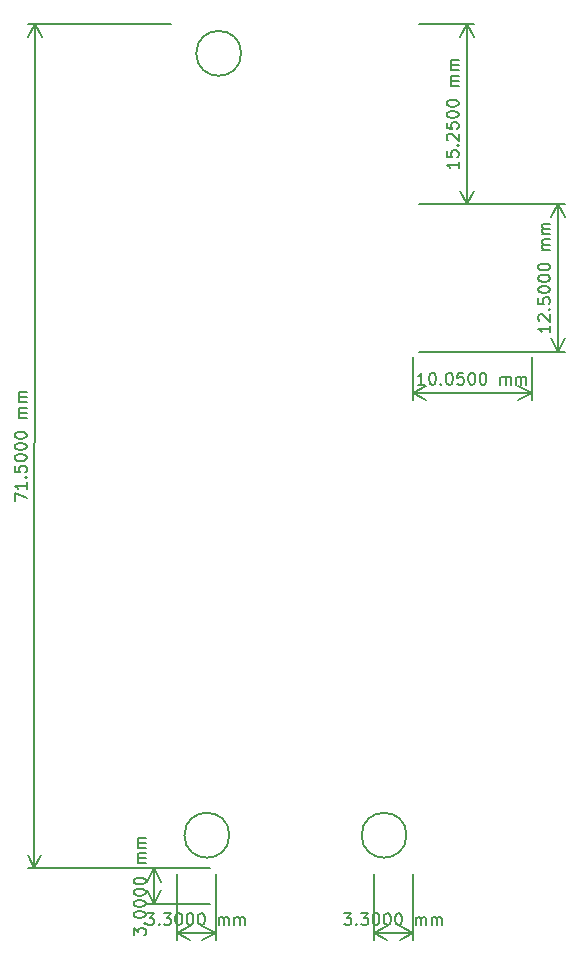
<source format=gbr>
%TF.GenerationSoftware,KiCad,Pcbnew,8.0.7*%
%TF.CreationDate,2024-12-24T11:10:27-06:00*%
%TF.ProjectId,room_environment_monitor,726f6f6d-5f65-46e7-9669-726f6e6d656e,rev?*%
%TF.SameCoordinates,Original*%
%TF.FileFunction,Other,Comment*%
%FSLAX46Y46*%
G04 Gerber Fmt 4.6, Leading zero omitted, Abs format (unit mm)*
G04 Created by KiCad (PCBNEW 8.0.7) date 2024-12-24 11:10:27*
%MOMM*%
%LPD*%
G01*
G04 APERTURE LIST*
%ADD10C,0.150000*%
G04 APERTURE END LIST*
D10*
X14109524Y-3804819D02*
X14728571Y-3804819D01*
X14728571Y-3804819D02*
X14395238Y-4185771D01*
X14395238Y-4185771D02*
X14538095Y-4185771D01*
X14538095Y-4185771D02*
X14633333Y-4233390D01*
X14633333Y-4233390D02*
X14680952Y-4281009D01*
X14680952Y-4281009D02*
X14728571Y-4376247D01*
X14728571Y-4376247D02*
X14728571Y-4614342D01*
X14728571Y-4614342D02*
X14680952Y-4709580D01*
X14680952Y-4709580D02*
X14633333Y-4757200D01*
X14633333Y-4757200D02*
X14538095Y-4804819D01*
X14538095Y-4804819D02*
X14252381Y-4804819D01*
X14252381Y-4804819D02*
X14157143Y-4757200D01*
X14157143Y-4757200D02*
X14109524Y-4709580D01*
X15157143Y-4709580D02*
X15204762Y-4757200D01*
X15204762Y-4757200D02*
X15157143Y-4804819D01*
X15157143Y-4804819D02*
X15109524Y-4757200D01*
X15109524Y-4757200D02*
X15157143Y-4709580D01*
X15157143Y-4709580D02*
X15157143Y-4804819D01*
X15538095Y-3804819D02*
X16157142Y-3804819D01*
X16157142Y-3804819D02*
X15823809Y-4185771D01*
X15823809Y-4185771D02*
X15966666Y-4185771D01*
X15966666Y-4185771D02*
X16061904Y-4233390D01*
X16061904Y-4233390D02*
X16109523Y-4281009D01*
X16109523Y-4281009D02*
X16157142Y-4376247D01*
X16157142Y-4376247D02*
X16157142Y-4614342D01*
X16157142Y-4614342D02*
X16109523Y-4709580D01*
X16109523Y-4709580D02*
X16061904Y-4757200D01*
X16061904Y-4757200D02*
X15966666Y-4804819D01*
X15966666Y-4804819D02*
X15680952Y-4804819D01*
X15680952Y-4804819D02*
X15585714Y-4757200D01*
X15585714Y-4757200D02*
X15538095Y-4709580D01*
X16776190Y-3804819D02*
X16871428Y-3804819D01*
X16871428Y-3804819D02*
X16966666Y-3852438D01*
X16966666Y-3852438D02*
X17014285Y-3900057D01*
X17014285Y-3900057D02*
X17061904Y-3995295D01*
X17061904Y-3995295D02*
X17109523Y-4185771D01*
X17109523Y-4185771D02*
X17109523Y-4423866D01*
X17109523Y-4423866D02*
X17061904Y-4614342D01*
X17061904Y-4614342D02*
X17014285Y-4709580D01*
X17014285Y-4709580D02*
X16966666Y-4757200D01*
X16966666Y-4757200D02*
X16871428Y-4804819D01*
X16871428Y-4804819D02*
X16776190Y-4804819D01*
X16776190Y-4804819D02*
X16680952Y-4757200D01*
X16680952Y-4757200D02*
X16633333Y-4709580D01*
X16633333Y-4709580D02*
X16585714Y-4614342D01*
X16585714Y-4614342D02*
X16538095Y-4423866D01*
X16538095Y-4423866D02*
X16538095Y-4185771D01*
X16538095Y-4185771D02*
X16585714Y-3995295D01*
X16585714Y-3995295D02*
X16633333Y-3900057D01*
X16633333Y-3900057D02*
X16680952Y-3852438D01*
X16680952Y-3852438D02*
X16776190Y-3804819D01*
X17728571Y-3804819D02*
X17823809Y-3804819D01*
X17823809Y-3804819D02*
X17919047Y-3852438D01*
X17919047Y-3852438D02*
X17966666Y-3900057D01*
X17966666Y-3900057D02*
X18014285Y-3995295D01*
X18014285Y-3995295D02*
X18061904Y-4185771D01*
X18061904Y-4185771D02*
X18061904Y-4423866D01*
X18061904Y-4423866D02*
X18014285Y-4614342D01*
X18014285Y-4614342D02*
X17966666Y-4709580D01*
X17966666Y-4709580D02*
X17919047Y-4757200D01*
X17919047Y-4757200D02*
X17823809Y-4804819D01*
X17823809Y-4804819D02*
X17728571Y-4804819D01*
X17728571Y-4804819D02*
X17633333Y-4757200D01*
X17633333Y-4757200D02*
X17585714Y-4709580D01*
X17585714Y-4709580D02*
X17538095Y-4614342D01*
X17538095Y-4614342D02*
X17490476Y-4423866D01*
X17490476Y-4423866D02*
X17490476Y-4185771D01*
X17490476Y-4185771D02*
X17538095Y-3995295D01*
X17538095Y-3995295D02*
X17585714Y-3900057D01*
X17585714Y-3900057D02*
X17633333Y-3852438D01*
X17633333Y-3852438D02*
X17728571Y-3804819D01*
X18680952Y-3804819D02*
X18776190Y-3804819D01*
X18776190Y-3804819D02*
X18871428Y-3852438D01*
X18871428Y-3852438D02*
X18919047Y-3900057D01*
X18919047Y-3900057D02*
X18966666Y-3995295D01*
X18966666Y-3995295D02*
X19014285Y-4185771D01*
X19014285Y-4185771D02*
X19014285Y-4423866D01*
X19014285Y-4423866D02*
X18966666Y-4614342D01*
X18966666Y-4614342D02*
X18919047Y-4709580D01*
X18919047Y-4709580D02*
X18871428Y-4757200D01*
X18871428Y-4757200D02*
X18776190Y-4804819D01*
X18776190Y-4804819D02*
X18680952Y-4804819D01*
X18680952Y-4804819D02*
X18585714Y-4757200D01*
X18585714Y-4757200D02*
X18538095Y-4709580D01*
X18538095Y-4709580D02*
X18490476Y-4614342D01*
X18490476Y-4614342D02*
X18442857Y-4423866D01*
X18442857Y-4423866D02*
X18442857Y-4185771D01*
X18442857Y-4185771D02*
X18490476Y-3995295D01*
X18490476Y-3995295D02*
X18538095Y-3900057D01*
X18538095Y-3900057D02*
X18585714Y-3852438D01*
X18585714Y-3852438D02*
X18680952Y-3804819D01*
X20204762Y-4804819D02*
X20204762Y-4138152D01*
X20204762Y-4233390D02*
X20252381Y-4185771D01*
X20252381Y-4185771D02*
X20347619Y-4138152D01*
X20347619Y-4138152D02*
X20490476Y-4138152D01*
X20490476Y-4138152D02*
X20585714Y-4185771D01*
X20585714Y-4185771D02*
X20633333Y-4281009D01*
X20633333Y-4281009D02*
X20633333Y-4804819D01*
X20633333Y-4281009D02*
X20680952Y-4185771D01*
X20680952Y-4185771D02*
X20776190Y-4138152D01*
X20776190Y-4138152D02*
X20919047Y-4138152D01*
X20919047Y-4138152D02*
X21014286Y-4185771D01*
X21014286Y-4185771D02*
X21061905Y-4281009D01*
X21061905Y-4281009D02*
X21061905Y-4804819D01*
X21538095Y-4804819D02*
X21538095Y-4138152D01*
X21538095Y-4233390D02*
X21585714Y-4185771D01*
X21585714Y-4185771D02*
X21680952Y-4138152D01*
X21680952Y-4138152D02*
X21823809Y-4138152D01*
X21823809Y-4138152D02*
X21919047Y-4185771D01*
X21919047Y-4185771D02*
X21966666Y-4281009D01*
X21966666Y-4281009D02*
X21966666Y-4804819D01*
X21966666Y-4281009D02*
X22014285Y-4185771D01*
X22014285Y-4185771D02*
X22109523Y-4138152D01*
X22109523Y-4138152D02*
X22252380Y-4138152D01*
X22252380Y-4138152D02*
X22347619Y-4185771D01*
X22347619Y-4185771D02*
X22395238Y-4281009D01*
X22395238Y-4281009D02*
X22395238Y-4804819D01*
X19950000Y-500000D02*
X19950000Y-6086420D01*
X16650000Y-500000D02*
X16650000Y-6086420D01*
X19950000Y-5500000D02*
X16650000Y-5500000D01*
X19950000Y-5500000D02*
X16650000Y-5500000D01*
X19950000Y-5500000D02*
X18823496Y-6086421D01*
X19950000Y-5500000D02*
X18823496Y-4913579D01*
X16650000Y-5500000D02*
X17776504Y-4913579D01*
X16650000Y-5500000D02*
X17776504Y-6086421D01*
X23804819Y59827382D02*
X23804819Y59255954D01*
X23804819Y59541668D02*
X22804819Y59541668D01*
X22804819Y59541668D02*
X22947676Y59446430D01*
X22947676Y59446430D02*
X23042914Y59351192D01*
X23042914Y59351192D02*
X23090533Y59255954D01*
X22804819Y60732144D02*
X22804819Y60255954D01*
X22804819Y60255954D02*
X23281009Y60208335D01*
X23281009Y60208335D02*
X23233390Y60255954D01*
X23233390Y60255954D02*
X23185771Y60351192D01*
X23185771Y60351192D02*
X23185771Y60589287D01*
X23185771Y60589287D02*
X23233390Y60684525D01*
X23233390Y60684525D02*
X23281009Y60732144D01*
X23281009Y60732144D02*
X23376247Y60779763D01*
X23376247Y60779763D02*
X23614342Y60779763D01*
X23614342Y60779763D02*
X23709580Y60732144D01*
X23709580Y60732144D02*
X23757200Y60684525D01*
X23757200Y60684525D02*
X23804819Y60589287D01*
X23804819Y60589287D02*
X23804819Y60351192D01*
X23804819Y60351192D02*
X23757200Y60255954D01*
X23757200Y60255954D02*
X23709580Y60208335D01*
X23709580Y61208335D02*
X23757200Y61255954D01*
X23757200Y61255954D02*
X23804819Y61208335D01*
X23804819Y61208335D02*
X23757200Y61160716D01*
X23757200Y61160716D02*
X23709580Y61208335D01*
X23709580Y61208335D02*
X23804819Y61208335D01*
X22900057Y61636906D02*
X22852438Y61684525D01*
X22852438Y61684525D02*
X22804819Y61779763D01*
X22804819Y61779763D02*
X22804819Y62017858D01*
X22804819Y62017858D02*
X22852438Y62113096D01*
X22852438Y62113096D02*
X22900057Y62160715D01*
X22900057Y62160715D02*
X22995295Y62208334D01*
X22995295Y62208334D02*
X23090533Y62208334D01*
X23090533Y62208334D02*
X23233390Y62160715D01*
X23233390Y62160715D02*
X23804819Y61589287D01*
X23804819Y61589287D02*
X23804819Y62208334D01*
X22804819Y63113096D02*
X22804819Y62636906D01*
X22804819Y62636906D02*
X23281009Y62589287D01*
X23281009Y62589287D02*
X23233390Y62636906D01*
X23233390Y62636906D02*
X23185771Y62732144D01*
X23185771Y62732144D02*
X23185771Y62970239D01*
X23185771Y62970239D02*
X23233390Y63065477D01*
X23233390Y63065477D02*
X23281009Y63113096D01*
X23281009Y63113096D02*
X23376247Y63160715D01*
X23376247Y63160715D02*
X23614342Y63160715D01*
X23614342Y63160715D02*
X23709580Y63113096D01*
X23709580Y63113096D02*
X23757200Y63065477D01*
X23757200Y63065477D02*
X23804819Y62970239D01*
X23804819Y62970239D02*
X23804819Y62732144D01*
X23804819Y62732144D02*
X23757200Y62636906D01*
X23757200Y62636906D02*
X23709580Y62589287D01*
X22804819Y63779763D02*
X22804819Y63875001D01*
X22804819Y63875001D02*
X22852438Y63970239D01*
X22852438Y63970239D02*
X22900057Y64017858D01*
X22900057Y64017858D02*
X22995295Y64065477D01*
X22995295Y64065477D02*
X23185771Y64113096D01*
X23185771Y64113096D02*
X23423866Y64113096D01*
X23423866Y64113096D02*
X23614342Y64065477D01*
X23614342Y64065477D02*
X23709580Y64017858D01*
X23709580Y64017858D02*
X23757200Y63970239D01*
X23757200Y63970239D02*
X23804819Y63875001D01*
X23804819Y63875001D02*
X23804819Y63779763D01*
X23804819Y63779763D02*
X23757200Y63684525D01*
X23757200Y63684525D02*
X23709580Y63636906D01*
X23709580Y63636906D02*
X23614342Y63589287D01*
X23614342Y63589287D02*
X23423866Y63541668D01*
X23423866Y63541668D02*
X23185771Y63541668D01*
X23185771Y63541668D02*
X22995295Y63589287D01*
X22995295Y63589287D02*
X22900057Y63636906D01*
X22900057Y63636906D02*
X22852438Y63684525D01*
X22852438Y63684525D02*
X22804819Y63779763D01*
X22804819Y64732144D02*
X22804819Y64827382D01*
X22804819Y64827382D02*
X22852438Y64922620D01*
X22852438Y64922620D02*
X22900057Y64970239D01*
X22900057Y64970239D02*
X22995295Y65017858D01*
X22995295Y65017858D02*
X23185771Y65065477D01*
X23185771Y65065477D02*
X23423866Y65065477D01*
X23423866Y65065477D02*
X23614342Y65017858D01*
X23614342Y65017858D02*
X23709580Y64970239D01*
X23709580Y64970239D02*
X23757200Y64922620D01*
X23757200Y64922620D02*
X23804819Y64827382D01*
X23804819Y64827382D02*
X23804819Y64732144D01*
X23804819Y64732144D02*
X23757200Y64636906D01*
X23757200Y64636906D02*
X23709580Y64589287D01*
X23709580Y64589287D02*
X23614342Y64541668D01*
X23614342Y64541668D02*
X23423866Y64494049D01*
X23423866Y64494049D02*
X23185771Y64494049D01*
X23185771Y64494049D02*
X22995295Y64541668D01*
X22995295Y64541668D02*
X22900057Y64589287D01*
X22900057Y64589287D02*
X22852438Y64636906D01*
X22852438Y64636906D02*
X22804819Y64732144D01*
X23804819Y66255954D02*
X23138152Y66255954D01*
X23233390Y66255954D02*
X23185771Y66303573D01*
X23185771Y66303573D02*
X23138152Y66398811D01*
X23138152Y66398811D02*
X23138152Y66541668D01*
X23138152Y66541668D02*
X23185771Y66636906D01*
X23185771Y66636906D02*
X23281009Y66684525D01*
X23281009Y66684525D02*
X23804819Y66684525D01*
X23281009Y66684525D02*
X23185771Y66732144D01*
X23185771Y66732144D02*
X23138152Y66827382D01*
X23138152Y66827382D02*
X23138152Y66970239D01*
X23138152Y66970239D02*
X23185771Y67065478D01*
X23185771Y67065478D02*
X23281009Y67113097D01*
X23281009Y67113097D02*
X23804819Y67113097D01*
X23804819Y67589287D02*
X23138152Y67589287D01*
X23233390Y67589287D02*
X23185771Y67636906D01*
X23185771Y67636906D02*
X23138152Y67732144D01*
X23138152Y67732144D02*
X23138152Y67875001D01*
X23138152Y67875001D02*
X23185771Y67970239D01*
X23185771Y67970239D02*
X23281009Y68017858D01*
X23281009Y68017858D02*
X23804819Y68017858D01*
X23281009Y68017858D02*
X23185771Y68065477D01*
X23185771Y68065477D02*
X23138152Y68160715D01*
X23138152Y68160715D02*
X23138152Y68303572D01*
X23138152Y68303572D02*
X23185771Y68398811D01*
X23185771Y68398811D02*
X23281009Y68446430D01*
X23281009Y68446430D02*
X23804819Y68446430D01*
X20450000Y56250000D02*
X25086420Y56250000D01*
X20450000Y71500000D02*
X25086420Y71500000D01*
X24500000Y56250000D02*
X24500000Y71500000D01*
X24500000Y56250000D02*
X24500000Y71500000D01*
X24500000Y56250000D02*
X23913579Y57376504D01*
X24500000Y56250000D02*
X25086421Y57376504D01*
X24500000Y71500000D02*
X25086421Y70373496D01*
X24500000Y71500000D02*
X23913579Y70373496D01*
X31554819Y45952382D02*
X31554819Y45380954D01*
X31554819Y45666668D02*
X30554819Y45666668D01*
X30554819Y45666668D02*
X30697676Y45571430D01*
X30697676Y45571430D02*
X30792914Y45476192D01*
X30792914Y45476192D02*
X30840533Y45380954D01*
X30650057Y46333335D02*
X30602438Y46380954D01*
X30602438Y46380954D02*
X30554819Y46476192D01*
X30554819Y46476192D02*
X30554819Y46714287D01*
X30554819Y46714287D02*
X30602438Y46809525D01*
X30602438Y46809525D02*
X30650057Y46857144D01*
X30650057Y46857144D02*
X30745295Y46904763D01*
X30745295Y46904763D02*
X30840533Y46904763D01*
X30840533Y46904763D02*
X30983390Y46857144D01*
X30983390Y46857144D02*
X31554819Y46285716D01*
X31554819Y46285716D02*
X31554819Y46904763D01*
X31459580Y47333335D02*
X31507200Y47380954D01*
X31507200Y47380954D02*
X31554819Y47333335D01*
X31554819Y47333335D02*
X31507200Y47285716D01*
X31507200Y47285716D02*
X31459580Y47333335D01*
X31459580Y47333335D02*
X31554819Y47333335D01*
X30554819Y48285715D02*
X30554819Y47809525D01*
X30554819Y47809525D02*
X31031009Y47761906D01*
X31031009Y47761906D02*
X30983390Y47809525D01*
X30983390Y47809525D02*
X30935771Y47904763D01*
X30935771Y47904763D02*
X30935771Y48142858D01*
X30935771Y48142858D02*
X30983390Y48238096D01*
X30983390Y48238096D02*
X31031009Y48285715D01*
X31031009Y48285715D02*
X31126247Y48333334D01*
X31126247Y48333334D02*
X31364342Y48333334D01*
X31364342Y48333334D02*
X31459580Y48285715D01*
X31459580Y48285715D02*
X31507200Y48238096D01*
X31507200Y48238096D02*
X31554819Y48142858D01*
X31554819Y48142858D02*
X31554819Y47904763D01*
X31554819Y47904763D02*
X31507200Y47809525D01*
X31507200Y47809525D02*
X31459580Y47761906D01*
X30554819Y48952382D02*
X30554819Y49047620D01*
X30554819Y49047620D02*
X30602438Y49142858D01*
X30602438Y49142858D02*
X30650057Y49190477D01*
X30650057Y49190477D02*
X30745295Y49238096D01*
X30745295Y49238096D02*
X30935771Y49285715D01*
X30935771Y49285715D02*
X31173866Y49285715D01*
X31173866Y49285715D02*
X31364342Y49238096D01*
X31364342Y49238096D02*
X31459580Y49190477D01*
X31459580Y49190477D02*
X31507200Y49142858D01*
X31507200Y49142858D02*
X31554819Y49047620D01*
X31554819Y49047620D02*
X31554819Y48952382D01*
X31554819Y48952382D02*
X31507200Y48857144D01*
X31507200Y48857144D02*
X31459580Y48809525D01*
X31459580Y48809525D02*
X31364342Y48761906D01*
X31364342Y48761906D02*
X31173866Y48714287D01*
X31173866Y48714287D02*
X30935771Y48714287D01*
X30935771Y48714287D02*
X30745295Y48761906D01*
X30745295Y48761906D02*
X30650057Y48809525D01*
X30650057Y48809525D02*
X30602438Y48857144D01*
X30602438Y48857144D02*
X30554819Y48952382D01*
X30554819Y49904763D02*
X30554819Y50000001D01*
X30554819Y50000001D02*
X30602438Y50095239D01*
X30602438Y50095239D02*
X30650057Y50142858D01*
X30650057Y50142858D02*
X30745295Y50190477D01*
X30745295Y50190477D02*
X30935771Y50238096D01*
X30935771Y50238096D02*
X31173866Y50238096D01*
X31173866Y50238096D02*
X31364342Y50190477D01*
X31364342Y50190477D02*
X31459580Y50142858D01*
X31459580Y50142858D02*
X31507200Y50095239D01*
X31507200Y50095239D02*
X31554819Y50000001D01*
X31554819Y50000001D02*
X31554819Y49904763D01*
X31554819Y49904763D02*
X31507200Y49809525D01*
X31507200Y49809525D02*
X31459580Y49761906D01*
X31459580Y49761906D02*
X31364342Y49714287D01*
X31364342Y49714287D02*
X31173866Y49666668D01*
X31173866Y49666668D02*
X30935771Y49666668D01*
X30935771Y49666668D02*
X30745295Y49714287D01*
X30745295Y49714287D02*
X30650057Y49761906D01*
X30650057Y49761906D02*
X30602438Y49809525D01*
X30602438Y49809525D02*
X30554819Y49904763D01*
X30554819Y50857144D02*
X30554819Y50952382D01*
X30554819Y50952382D02*
X30602438Y51047620D01*
X30602438Y51047620D02*
X30650057Y51095239D01*
X30650057Y51095239D02*
X30745295Y51142858D01*
X30745295Y51142858D02*
X30935771Y51190477D01*
X30935771Y51190477D02*
X31173866Y51190477D01*
X31173866Y51190477D02*
X31364342Y51142858D01*
X31364342Y51142858D02*
X31459580Y51095239D01*
X31459580Y51095239D02*
X31507200Y51047620D01*
X31507200Y51047620D02*
X31554819Y50952382D01*
X31554819Y50952382D02*
X31554819Y50857144D01*
X31554819Y50857144D02*
X31507200Y50761906D01*
X31507200Y50761906D02*
X31459580Y50714287D01*
X31459580Y50714287D02*
X31364342Y50666668D01*
X31364342Y50666668D02*
X31173866Y50619049D01*
X31173866Y50619049D02*
X30935771Y50619049D01*
X30935771Y50619049D02*
X30745295Y50666668D01*
X30745295Y50666668D02*
X30650057Y50714287D01*
X30650057Y50714287D02*
X30602438Y50761906D01*
X30602438Y50761906D02*
X30554819Y50857144D01*
X31554819Y52380954D02*
X30888152Y52380954D01*
X30983390Y52380954D02*
X30935771Y52428573D01*
X30935771Y52428573D02*
X30888152Y52523811D01*
X30888152Y52523811D02*
X30888152Y52666668D01*
X30888152Y52666668D02*
X30935771Y52761906D01*
X30935771Y52761906D02*
X31031009Y52809525D01*
X31031009Y52809525D02*
X31554819Y52809525D01*
X31031009Y52809525D02*
X30935771Y52857144D01*
X30935771Y52857144D02*
X30888152Y52952382D01*
X30888152Y52952382D02*
X30888152Y53095239D01*
X30888152Y53095239D02*
X30935771Y53190478D01*
X30935771Y53190478D02*
X31031009Y53238097D01*
X31031009Y53238097D02*
X31554819Y53238097D01*
X31554819Y53714287D02*
X30888152Y53714287D01*
X30983390Y53714287D02*
X30935771Y53761906D01*
X30935771Y53761906D02*
X30888152Y53857144D01*
X30888152Y53857144D02*
X30888152Y54000001D01*
X30888152Y54000001D02*
X30935771Y54095239D01*
X30935771Y54095239D02*
X31031009Y54142858D01*
X31031009Y54142858D02*
X31554819Y54142858D01*
X31031009Y54142858D02*
X30935771Y54190477D01*
X30935771Y54190477D02*
X30888152Y54285715D01*
X30888152Y54285715D02*
X30888152Y54428572D01*
X30888152Y54428572D02*
X30935771Y54523811D01*
X30935771Y54523811D02*
X31031009Y54571430D01*
X31031009Y54571430D02*
X31554819Y54571430D01*
X20450000Y56250000D02*
X32836420Y56250000D01*
X20450000Y43750000D02*
X32836420Y43750000D01*
X32250000Y56250000D02*
X32250000Y43750000D01*
X32250000Y56250000D02*
X32250000Y43750000D01*
X32250000Y56250000D02*
X32836421Y55123496D01*
X32250000Y56250000D02*
X31663579Y55123496D01*
X32250000Y43750000D02*
X31663579Y44876504D01*
X32250000Y43750000D02*
X32836421Y44876504D01*
X-13770591Y31092946D02*
X-13770125Y31759613D01*
X-13770125Y31759613D02*
X-12770424Y31330342D01*
X-12769492Y32663675D02*
X-12769892Y32092247D01*
X-12769692Y32377961D02*
X-13769692Y32378660D01*
X-13769692Y32378660D02*
X-13626901Y32283322D01*
X-13626901Y32283322D02*
X-13531730Y32188017D01*
X-13531730Y32188017D02*
X-13484177Y32092746D01*
X-12864430Y33092313D02*
X-12816778Y33139899D01*
X-12816778Y33139899D02*
X-12769192Y33092246D01*
X-12769192Y33092246D02*
X-12816845Y33044661D01*
X-12816845Y33044661D02*
X-12864430Y33092313D01*
X-12864430Y33092313D02*
X-12769192Y33092246D01*
X-13768526Y34045326D02*
X-13768859Y33569136D01*
X-13768859Y33569136D02*
X-13292702Y33521183D01*
X-13292702Y33521183D02*
X-13340288Y33568836D01*
X-13340288Y33568836D02*
X-13387840Y33664107D01*
X-13387840Y33664107D02*
X-13387674Y33902202D01*
X-13387674Y33902202D02*
X-13339988Y33997407D01*
X-13339988Y33997407D02*
X-13292336Y34044993D01*
X-13292336Y34044993D02*
X-13197064Y34092545D01*
X-13197064Y34092545D02*
X-12958969Y34092379D01*
X-12958969Y34092379D02*
X-12863764Y34044693D01*
X-12863764Y34044693D02*
X-12816179Y33997041D01*
X-12816179Y33997041D02*
X-12768626Y33901769D01*
X-12768626Y33901769D02*
X-12768793Y33663674D01*
X-12768793Y33663674D02*
X-12816478Y33568470D01*
X-12816478Y33568470D02*
X-12864131Y33520884D01*
X-13768060Y34711992D02*
X-13767993Y34807231D01*
X-13767993Y34807231D02*
X-13720308Y34902435D01*
X-13720308Y34902435D02*
X-13672655Y34950021D01*
X-13672655Y34950021D02*
X-13577384Y34997573D01*
X-13577384Y34997573D02*
X-13386875Y35045059D01*
X-13386875Y35045059D02*
X-13148779Y35044893D01*
X-13148779Y35044893D02*
X-12958337Y34997141D01*
X-12958337Y34997141D02*
X-12863132Y34949455D01*
X-12863132Y34949455D02*
X-12815546Y34901803D01*
X-12815546Y34901803D02*
X-12767994Y34806531D01*
X-12767994Y34806531D02*
X-12768060Y34711293D01*
X-12768060Y34711293D02*
X-12815746Y34616088D01*
X-12815746Y34616088D02*
X-12863398Y34568503D01*
X-12863398Y34568503D02*
X-12958670Y34520950D01*
X-12958670Y34520950D02*
X-13149179Y34473464D01*
X-13149179Y34473464D02*
X-13387274Y34473631D01*
X-13387274Y34473631D02*
X-13577717Y34521383D01*
X-13577717Y34521383D02*
X-13672922Y34569069D01*
X-13672922Y34569069D02*
X-13720507Y34616721D01*
X-13720507Y34616721D02*
X-13768060Y34711992D01*
X-13767394Y35664373D02*
X-13767327Y35759611D01*
X-13767327Y35759611D02*
X-13719642Y35854816D01*
X-13719642Y35854816D02*
X-13671989Y35902402D01*
X-13671989Y35902402D02*
X-13576718Y35949954D01*
X-13576718Y35949954D02*
X-13386209Y35997440D01*
X-13386209Y35997440D02*
X-13148113Y35997274D01*
X-13148113Y35997274D02*
X-12957671Y35949521D01*
X-12957671Y35949521D02*
X-12862466Y35901836D01*
X-12862466Y35901836D02*
X-12814880Y35854183D01*
X-12814880Y35854183D02*
X-12767328Y35758912D01*
X-12767328Y35758912D02*
X-12767394Y35663674D01*
X-12767394Y35663674D02*
X-12815080Y35568469D01*
X-12815080Y35568469D02*
X-12862732Y35520883D01*
X-12862732Y35520883D02*
X-12958004Y35473331D01*
X-12958004Y35473331D02*
X-13148513Y35425845D01*
X-13148513Y35425845D02*
X-13386608Y35426012D01*
X-13386608Y35426012D02*
X-13577051Y35473764D01*
X-13577051Y35473764D02*
X-13672256Y35521449D01*
X-13672256Y35521449D02*
X-13719841Y35569102D01*
X-13719841Y35569102D02*
X-13767394Y35664373D01*
X-13766728Y36616754D02*
X-13766661Y36711992D01*
X-13766661Y36711992D02*
X-13718976Y36807197D01*
X-13718976Y36807197D02*
X-13671323Y36854783D01*
X-13671323Y36854783D02*
X-13576052Y36902335D01*
X-13576052Y36902335D02*
X-13385543Y36949821D01*
X-13385543Y36949821D02*
X-13147447Y36949654D01*
X-13147447Y36949654D02*
X-12957005Y36901902D01*
X-12957005Y36901902D02*
X-12861800Y36854216D01*
X-12861800Y36854216D02*
X-12814214Y36806564D01*
X-12814214Y36806564D02*
X-12766662Y36711293D01*
X-12766662Y36711293D02*
X-12766728Y36616055D01*
X-12766728Y36616055D02*
X-12814414Y36520850D01*
X-12814414Y36520850D02*
X-12862066Y36473264D01*
X-12862066Y36473264D02*
X-12957338Y36425712D01*
X-12957338Y36425712D02*
X-13147847Y36378226D01*
X-13147847Y36378226D02*
X-13385942Y36378392D01*
X-13385942Y36378392D02*
X-13576385Y36426145D01*
X-13576385Y36426145D02*
X-13671590Y36473830D01*
X-13671590Y36473830D02*
X-13719175Y36521483D01*
X-13719175Y36521483D02*
X-13766728Y36616754D01*
X-12765663Y38139864D02*
X-13432329Y38140330D01*
X-13337091Y38140264D02*
X-13384677Y38187916D01*
X-13384677Y38187916D02*
X-13432229Y38283187D01*
X-13432229Y38283187D02*
X-13432129Y38426045D01*
X-13432129Y38426045D02*
X-13384444Y38521249D01*
X-13384444Y38521249D02*
X-13289172Y38568802D01*
X-13289172Y38568802D02*
X-12765363Y38568435D01*
X-13289172Y38568802D02*
X-13384377Y38616487D01*
X-13384377Y38616487D02*
X-13431929Y38711759D01*
X-13431929Y38711759D02*
X-13431830Y38854616D01*
X-13431830Y38854616D02*
X-13384144Y38949821D01*
X-13384144Y38949821D02*
X-13288873Y38997373D01*
X-13288873Y38997373D02*
X-12765063Y38997007D01*
X-12764730Y39473197D02*
X-13431397Y39473663D01*
X-13336159Y39473596D02*
X-13383744Y39521249D01*
X-13383744Y39521249D02*
X-13431297Y39616520D01*
X-13431297Y39616520D02*
X-13431197Y39759377D01*
X-13431197Y39759377D02*
X-13383511Y39854582D01*
X-13383511Y39854582D02*
X-13288240Y39902134D01*
X-13288240Y39902134D02*
X-12764430Y39901768D01*
X-13288240Y39902134D02*
X-13383445Y39949820D01*
X-13383445Y39949820D02*
X-13430997Y40045091D01*
X-13430997Y40045091D02*
X-13430897Y40187949D01*
X-13430897Y40187949D02*
X-13383212Y40283153D01*
X-13383212Y40283153D02*
X-13287940Y40330706D01*
X-13287940Y40330706D02*
X-12764131Y40330339D01*
X-550000Y350D02*
X-12683566Y8835D01*
X-500000Y71500350D02*
X-12633566Y71508835D01*
X-12097146Y8425D02*
X-12047146Y71508425D01*
X-12097146Y8425D02*
X-12047146Y71508425D01*
X-12097146Y8425D02*
X-12682779Y1135339D01*
X-12097146Y8425D02*
X-11509938Y1134518D01*
X-12047146Y71508425D02*
X-11461513Y70381511D01*
X-12047146Y71508425D02*
X-12634354Y70382332D01*
X-3695181Y-5690475D02*
X-3695181Y-5071428D01*
X-3695181Y-5071428D02*
X-3314229Y-5404761D01*
X-3314229Y-5404761D02*
X-3314229Y-5261904D01*
X-3314229Y-5261904D02*
X-3266610Y-5166666D01*
X-3266610Y-5166666D02*
X-3218991Y-5119047D01*
X-3218991Y-5119047D02*
X-3123753Y-5071428D01*
X-3123753Y-5071428D02*
X-2885658Y-5071428D01*
X-2885658Y-5071428D02*
X-2790420Y-5119047D01*
X-2790420Y-5119047D02*
X-2742800Y-5166666D01*
X-2742800Y-5166666D02*
X-2695181Y-5261904D01*
X-2695181Y-5261904D02*
X-2695181Y-5547618D01*
X-2695181Y-5547618D02*
X-2742800Y-5642856D01*
X-2742800Y-5642856D02*
X-2790420Y-5690475D01*
X-2790420Y-4642856D02*
X-2742800Y-4595237D01*
X-2742800Y-4595237D02*
X-2695181Y-4642856D01*
X-2695181Y-4642856D02*
X-2742800Y-4690475D01*
X-2742800Y-4690475D02*
X-2790420Y-4642856D01*
X-2790420Y-4642856D02*
X-2695181Y-4642856D01*
X-3695181Y-3976190D02*
X-3695181Y-3880952D01*
X-3695181Y-3880952D02*
X-3647562Y-3785714D01*
X-3647562Y-3785714D02*
X-3599943Y-3738095D01*
X-3599943Y-3738095D02*
X-3504705Y-3690476D01*
X-3504705Y-3690476D02*
X-3314229Y-3642857D01*
X-3314229Y-3642857D02*
X-3076134Y-3642857D01*
X-3076134Y-3642857D02*
X-2885658Y-3690476D01*
X-2885658Y-3690476D02*
X-2790420Y-3738095D01*
X-2790420Y-3738095D02*
X-2742800Y-3785714D01*
X-2742800Y-3785714D02*
X-2695181Y-3880952D01*
X-2695181Y-3880952D02*
X-2695181Y-3976190D01*
X-2695181Y-3976190D02*
X-2742800Y-4071428D01*
X-2742800Y-4071428D02*
X-2790420Y-4119047D01*
X-2790420Y-4119047D02*
X-2885658Y-4166666D01*
X-2885658Y-4166666D02*
X-3076134Y-4214285D01*
X-3076134Y-4214285D02*
X-3314229Y-4214285D01*
X-3314229Y-4214285D02*
X-3504705Y-4166666D01*
X-3504705Y-4166666D02*
X-3599943Y-4119047D01*
X-3599943Y-4119047D02*
X-3647562Y-4071428D01*
X-3647562Y-4071428D02*
X-3695181Y-3976190D01*
X-3695181Y-3023809D02*
X-3695181Y-2928571D01*
X-3695181Y-2928571D02*
X-3647562Y-2833333D01*
X-3647562Y-2833333D02*
X-3599943Y-2785714D01*
X-3599943Y-2785714D02*
X-3504705Y-2738095D01*
X-3504705Y-2738095D02*
X-3314229Y-2690476D01*
X-3314229Y-2690476D02*
X-3076134Y-2690476D01*
X-3076134Y-2690476D02*
X-2885658Y-2738095D01*
X-2885658Y-2738095D02*
X-2790420Y-2785714D01*
X-2790420Y-2785714D02*
X-2742800Y-2833333D01*
X-2742800Y-2833333D02*
X-2695181Y-2928571D01*
X-2695181Y-2928571D02*
X-2695181Y-3023809D01*
X-2695181Y-3023809D02*
X-2742800Y-3119047D01*
X-2742800Y-3119047D02*
X-2790420Y-3166666D01*
X-2790420Y-3166666D02*
X-2885658Y-3214285D01*
X-2885658Y-3214285D02*
X-3076134Y-3261904D01*
X-3076134Y-3261904D02*
X-3314229Y-3261904D01*
X-3314229Y-3261904D02*
X-3504705Y-3214285D01*
X-3504705Y-3214285D02*
X-3599943Y-3166666D01*
X-3599943Y-3166666D02*
X-3647562Y-3119047D01*
X-3647562Y-3119047D02*
X-3695181Y-3023809D01*
X-3695181Y-2071428D02*
X-3695181Y-1976190D01*
X-3695181Y-1976190D02*
X-3647562Y-1880952D01*
X-3647562Y-1880952D02*
X-3599943Y-1833333D01*
X-3599943Y-1833333D02*
X-3504705Y-1785714D01*
X-3504705Y-1785714D02*
X-3314229Y-1738095D01*
X-3314229Y-1738095D02*
X-3076134Y-1738095D01*
X-3076134Y-1738095D02*
X-2885658Y-1785714D01*
X-2885658Y-1785714D02*
X-2790420Y-1833333D01*
X-2790420Y-1833333D02*
X-2742800Y-1880952D01*
X-2742800Y-1880952D02*
X-2695181Y-1976190D01*
X-2695181Y-1976190D02*
X-2695181Y-2071428D01*
X-2695181Y-2071428D02*
X-2742800Y-2166666D01*
X-2742800Y-2166666D02*
X-2790420Y-2214285D01*
X-2790420Y-2214285D02*
X-2885658Y-2261904D01*
X-2885658Y-2261904D02*
X-3076134Y-2309523D01*
X-3076134Y-2309523D02*
X-3314229Y-2309523D01*
X-3314229Y-2309523D02*
X-3504705Y-2261904D01*
X-3504705Y-2261904D02*
X-3599943Y-2214285D01*
X-3599943Y-2214285D02*
X-3647562Y-2166666D01*
X-3647562Y-2166666D02*
X-3695181Y-2071428D01*
X-3695181Y-1119047D02*
X-3695181Y-1023809D01*
X-3695181Y-1023809D02*
X-3647562Y-928571D01*
X-3647562Y-928571D02*
X-3599943Y-880952D01*
X-3599943Y-880952D02*
X-3504705Y-833333D01*
X-3504705Y-833333D02*
X-3314229Y-785714D01*
X-3314229Y-785714D02*
X-3076134Y-785714D01*
X-3076134Y-785714D02*
X-2885658Y-833333D01*
X-2885658Y-833333D02*
X-2790420Y-880952D01*
X-2790420Y-880952D02*
X-2742800Y-928571D01*
X-2742800Y-928571D02*
X-2695181Y-1023809D01*
X-2695181Y-1023809D02*
X-2695181Y-1119047D01*
X-2695181Y-1119047D02*
X-2742800Y-1214285D01*
X-2742800Y-1214285D02*
X-2790420Y-1261904D01*
X-2790420Y-1261904D02*
X-2885658Y-1309523D01*
X-2885658Y-1309523D02*
X-3076134Y-1357142D01*
X-3076134Y-1357142D02*
X-3314229Y-1357142D01*
X-3314229Y-1357142D02*
X-3504705Y-1309523D01*
X-3504705Y-1309523D02*
X-3599943Y-1261904D01*
X-3599943Y-1261904D02*
X-3647562Y-1214285D01*
X-3647562Y-1214285D02*
X-3695181Y-1119047D01*
X-2695181Y404763D02*
X-3361848Y404763D01*
X-3266610Y404763D02*
X-3314229Y452382D01*
X-3314229Y452382D02*
X-3361848Y547620D01*
X-3361848Y547620D02*
X-3361848Y690477D01*
X-3361848Y690477D02*
X-3314229Y785715D01*
X-3314229Y785715D02*
X-3218991Y833334D01*
X-3218991Y833334D02*
X-2695181Y833334D01*
X-3218991Y833334D02*
X-3314229Y880953D01*
X-3314229Y880953D02*
X-3361848Y976191D01*
X-3361848Y976191D02*
X-3361848Y1119048D01*
X-3361848Y1119048D02*
X-3314229Y1214287D01*
X-3314229Y1214287D02*
X-3218991Y1261906D01*
X-3218991Y1261906D02*
X-2695181Y1261906D01*
X-2695181Y1738096D02*
X-3361848Y1738096D01*
X-3266610Y1738096D02*
X-3314229Y1785715D01*
X-3314229Y1785715D02*
X-3361848Y1880953D01*
X-3361848Y1880953D02*
X-3361848Y2023810D01*
X-3361848Y2023810D02*
X-3314229Y2119048D01*
X-3314229Y2119048D02*
X-3218991Y2166667D01*
X-3218991Y2166667D02*
X-2695181Y2166667D01*
X-3218991Y2166667D02*
X-3314229Y2214286D01*
X-3314229Y2214286D02*
X-3361848Y2309524D01*
X-3361848Y2309524D02*
X-3361848Y2452381D01*
X-3361848Y2452381D02*
X-3314229Y2547620D01*
X-3314229Y2547620D02*
X-3218991Y2595239D01*
X-3218991Y2595239D02*
X-2695181Y2595239D01*
X2750000Y0D02*
X-2586420Y0D01*
X2750000Y-3000000D02*
X-2586420Y-3000000D01*
X-2000000Y0D02*
X-2000000Y-3000000D01*
X-2000000Y0D02*
X-2000000Y-3000000D01*
X-2000000Y0D02*
X-1413579Y-1126504D01*
X-2000000Y0D02*
X-2586421Y-1126504D01*
X-2000000Y-3000000D02*
X-2586421Y-1873496D01*
X-2000000Y-3000000D02*
X-1413579Y-1873496D01*
X20927381Y40945181D02*
X20355953Y40945181D01*
X20641667Y40945181D02*
X20641667Y41945181D01*
X20641667Y41945181D02*
X20546429Y41802324D01*
X20546429Y41802324D02*
X20451191Y41707086D01*
X20451191Y41707086D02*
X20355953Y41659467D01*
X21546429Y41945181D02*
X21641667Y41945181D01*
X21641667Y41945181D02*
X21736905Y41897562D01*
X21736905Y41897562D02*
X21784524Y41849943D01*
X21784524Y41849943D02*
X21832143Y41754705D01*
X21832143Y41754705D02*
X21879762Y41564229D01*
X21879762Y41564229D02*
X21879762Y41326134D01*
X21879762Y41326134D02*
X21832143Y41135658D01*
X21832143Y41135658D02*
X21784524Y41040420D01*
X21784524Y41040420D02*
X21736905Y40992800D01*
X21736905Y40992800D02*
X21641667Y40945181D01*
X21641667Y40945181D02*
X21546429Y40945181D01*
X21546429Y40945181D02*
X21451191Y40992800D01*
X21451191Y40992800D02*
X21403572Y41040420D01*
X21403572Y41040420D02*
X21355953Y41135658D01*
X21355953Y41135658D02*
X21308334Y41326134D01*
X21308334Y41326134D02*
X21308334Y41564229D01*
X21308334Y41564229D02*
X21355953Y41754705D01*
X21355953Y41754705D02*
X21403572Y41849943D01*
X21403572Y41849943D02*
X21451191Y41897562D01*
X21451191Y41897562D02*
X21546429Y41945181D01*
X22308334Y41040420D02*
X22355953Y40992800D01*
X22355953Y40992800D02*
X22308334Y40945181D01*
X22308334Y40945181D02*
X22260715Y40992800D01*
X22260715Y40992800D02*
X22308334Y41040420D01*
X22308334Y41040420D02*
X22308334Y40945181D01*
X22975000Y41945181D02*
X23070238Y41945181D01*
X23070238Y41945181D02*
X23165476Y41897562D01*
X23165476Y41897562D02*
X23213095Y41849943D01*
X23213095Y41849943D02*
X23260714Y41754705D01*
X23260714Y41754705D02*
X23308333Y41564229D01*
X23308333Y41564229D02*
X23308333Y41326134D01*
X23308333Y41326134D02*
X23260714Y41135658D01*
X23260714Y41135658D02*
X23213095Y41040420D01*
X23213095Y41040420D02*
X23165476Y40992800D01*
X23165476Y40992800D02*
X23070238Y40945181D01*
X23070238Y40945181D02*
X22975000Y40945181D01*
X22975000Y40945181D02*
X22879762Y40992800D01*
X22879762Y40992800D02*
X22832143Y41040420D01*
X22832143Y41040420D02*
X22784524Y41135658D01*
X22784524Y41135658D02*
X22736905Y41326134D01*
X22736905Y41326134D02*
X22736905Y41564229D01*
X22736905Y41564229D02*
X22784524Y41754705D01*
X22784524Y41754705D02*
X22832143Y41849943D01*
X22832143Y41849943D02*
X22879762Y41897562D01*
X22879762Y41897562D02*
X22975000Y41945181D01*
X24213095Y41945181D02*
X23736905Y41945181D01*
X23736905Y41945181D02*
X23689286Y41468991D01*
X23689286Y41468991D02*
X23736905Y41516610D01*
X23736905Y41516610D02*
X23832143Y41564229D01*
X23832143Y41564229D02*
X24070238Y41564229D01*
X24070238Y41564229D02*
X24165476Y41516610D01*
X24165476Y41516610D02*
X24213095Y41468991D01*
X24213095Y41468991D02*
X24260714Y41373753D01*
X24260714Y41373753D02*
X24260714Y41135658D01*
X24260714Y41135658D02*
X24213095Y41040420D01*
X24213095Y41040420D02*
X24165476Y40992800D01*
X24165476Y40992800D02*
X24070238Y40945181D01*
X24070238Y40945181D02*
X23832143Y40945181D01*
X23832143Y40945181D02*
X23736905Y40992800D01*
X23736905Y40992800D02*
X23689286Y41040420D01*
X24879762Y41945181D02*
X24975000Y41945181D01*
X24975000Y41945181D02*
X25070238Y41897562D01*
X25070238Y41897562D02*
X25117857Y41849943D01*
X25117857Y41849943D02*
X25165476Y41754705D01*
X25165476Y41754705D02*
X25213095Y41564229D01*
X25213095Y41564229D02*
X25213095Y41326134D01*
X25213095Y41326134D02*
X25165476Y41135658D01*
X25165476Y41135658D02*
X25117857Y41040420D01*
X25117857Y41040420D02*
X25070238Y40992800D01*
X25070238Y40992800D02*
X24975000Y40945181D01*
X24975000Y40945181D02*
X24879762Y40945181D01*
X24879762Y40945181D02*
X24784524Y40992800D01*
X24784524Y40992800D02*
X24736905Y41040420D01*
X24736905Y41040420D02*
X24689286Y41135658D01*
X24689286Y41135658D02*
X24641667Y41326134D01*
X24641667Y41326134D02*
X24641667Y41564229D01*
X24641667Y41564229D02*
X24689286Y41754705D01*
X24689286Y41754705D02*
X24736905Y41849943D01*
X24736905Y41849943D02*
X24784524Y41897562D01*
X24784524Y41897562D02*
X24879762Y41945181D01*
X25832143Y41945181D02*
X25927381Y41945181D01*
X25927381Y41945181D02*
X26022619Y41897562D01*
X26022619Y41897562D02*
X26070238Y41849943D01*
X26070238Y41849943D02*
X26117857Y41754705D01*
X26117857Y41754705D02*
X26165476Y41564229D01*
X26165476Y41564229D02*
X26165476Y41326134D01*
X26165476Y41326134D02*
X26117857Y41135658D01*
X26117857Y41135658D02*
X26070238Y41040420D01*
X26070238Y41040420D02*
X26022619Y40992800D01*
X26022619Y40992800D02*
X25927381Y40945181D01*
X25927381Y40945181D02*
X25832143Y40945181D01*
X25832143Y40945181D02*
X25736905Y40992800D01*
X25736905Y40992800D02*
X25689286Y41040420D01*
X25689286Y41040420D02*
X25641667Y41135658D01*
X25641667Y41135658D02*
X25594048Y41326134D01*
X25594048Y41326134D02*
X25594048Y41564229D01*
X25594048Y41564229D02*
X25641667Y41754705D01*
X25641667Y41754705D02*
X25689286Y41849943D01*
X25689286Y41849943D02*
X25736905Y41897562D01*
X25736905Y41897562D02*
X25832143Y41945181D01*
X27355953Y40945181D02*
X27355953Y41611848D01*
X27355953Y41516610D02*
X27403572Y41564229D01*
X27403572Y41564229D02*
X27498810Y41611848D01*
X27498810Y41611848D02*
X27641667Y41611848D01*
X27641667Y41611848D02*
X27736905Y41564229D01*
X27736905Y41564229D02*
X27784524Y41468991D01*
X27784524Y41468991D02*
X27784524Y40945181D01*
X27784524Y41468991D02*
X27832143Y41564229D01*
X27832143Y41564229D02*
X27927381Y41611848D01*
X27927381Y41611848D02*
X28070238Y41611848D01*
X28070238Y41611848D02*
X28165477Y41564229D01*
X28165477Y41564229D02*
X28213096Y41468991D01*
X28213096Y41468991D02*
X28213096Y40945181D01*
X28689286Y40945181D02*
X28689286Y41611848D01*
X28689286Y41516610D02*
X28736905Y41564229D01*
X28736905Y41564229D02*
X28832143Y41611848D01*
X28832143Y41611848D02*
X28975000Y41611848D01*
X28975000Y41611848D02*
X29070238Y41564229D01*
X29070238Y41564229D02*
X29117857Y41468991D01*
X29117857Y41468991D02*
X29117857Y40945181D01*
X29117857Y41468991D02*
X29165476Y41564229D01*
X29165476Y41564229D02*
X29260714Y41611848D01*
X29260714Y41611848D02*
X29403571Y41611848D01*
X29403571Y41611848D02*
X29498810Y41564229D01*
X29498810Y41564229D02*
X29546429Y41468991D01*
X29546429Y41468991D02*
X29546429Y40945181D01*
X19950000Y43250000D02*
X19950000Y39663580D01*
X30000000Y43250000D02*
X30000000Y39663580D01*
X19950000Y40250000D02*
X30000000Y40250000D01*
X19950000Y40250000D02*
X30000000Y40250000D01*
X19950000Y40250000D02*
X21076504Y40836421D01*
X19950000Y40250000D02*
X21076504Y39663579D01*
X30000000Y40250000D02*
X28873496Y39663579D01*
X30000000Y40250000D02*
X28873496Y40836421D01*
X-2590476Y-3804819D02*
X-1971429Y-3804819D01*
X-1971429Y-3804819D02*
X-2304762Y-4185771D01*
X-2304762Y-4185771D02*
X-2161905Y-4185771D01*
X-2161905Y-4185771D02*
X-2066667Y-4233390D01*
X-2066667Y-4233390D02*
X-2019048Y-4281009D01*
X-2019048Y-4281009D02*
X-1971429Y-4376247D01*
X-1971429Y-4376247D02*
X-1971429Y-4614342D01*
X-1971429Y-4614342D02*
X-2019048Y-4709580D01*
X-2019048Y-4709580D02*
X-2066667Y-4757200D01*
X-2066667Y-4757200D02*
X-2161905Y-4804819D01*
X-2161905Y-4804819D02*
X-2447619Y-4804819D01*
X-2447619Y-4804819D02*
X-2542857Y-4757200D01*
X-2542857Y-4757200D02*
X-2590476Y-4709580D01*
X-1542857Y-4709580D02*
X-1495238Y-4757200D01*
X-1495238Y-4757200D02*
X-1542857Y-4804819D01*
X-1542857Y-4804819D02*
X-1590476Y-4757200D01*
X-1590476Y-4757200D02*
X-1542857Y-4709580D01*
X-1542857Y-4709580D02*
X-1542857Y-4804819D01*
X-1161905Y-3804819D02*
X-542858Y-3804819D01*
X-542858Y-3804819D02*
X-876191Y-4185771D01*
X-876191Y-4185771D02*
X-733334Y-4185771D01*
X-733334Y-4185771D02*
X-638096Y-4233390D01*
X-638096Y-4233390D02*
X-590477Y-4281009D01*
X-590477Y-4281009D02*
X-542858Y-4376247D01*
X-542858Y-4376247D02*
X-542858Y-4614342D01*
X-542858Y-4614342D02*
X-590477Y-4709580D01*
X-590477Y-4709580D02*
X-638096Y-4757200D01*
X-638096Y-4757200D02*
X-733334Y-4804819D01*
X-733334Y-4804819D02*
X-1019048Y-4804819D01*
X-1019048Y-4804819D02*
X-1114286Y-4757200D01*
X-1114286Y-4757200D02*
X-1161905Y-4709580D01*
X76190Y-3804819D02*
X171428Y-3804819D01*
X171428Y-3804819D02*
X266666Y-3852438D01*
X266666Y-3852438D02*
X314285Y-3900057D01*
X314285Y-3900057D02*
X361904Y-3995295D01*
X361904Y-3995295D02*
X409523Y-4185771D01*
X409523Y-4185771D02*
X409523Y-4423866D01*
X409523Y-4423866D02*
X361904Y-4614342D01*
X361904Y-4614342D02*
X314285Y-4709580D01*
X314285Y-4709580D02*
X266666Y-4757200D01*
X266666Y-4757200D02*
X171428Y-4804819D01*
X171428Y-4804819D02*
X76190Y-4804819D01*
X76190Y-4804819D02*
X-19048Y-4757200D01*
X-19048Y-4757200D02*
X-66667Y-4709580D01*
X-66667Y-4709580D02*
X-114286Y-4614342D01*
X-114286Y-4614342D02*
X-161905Y-4423866D01*
X-161905Y-4423866D02*
X-161905Y-4185771D01*
X-161905Y-4185771D02*
X-114286Y-3995295D01*
X-114286Y-3995295D02*
X-66667Y-3900057D01*
X-66667Y-3900057D02*
X-19048Y-3852438D01*
X-19048Y-3852438D02*
X76190Y-3804819D01*
X1028571Y-3804819D02*
X1123809Y-3804819D01*
X1123809Y-3804819D02*
X1219047Y-3852438D01*
X1219047Y-3852438D02*
X1266666Y-3900057D01*
X1266666Y-3900057D02*
X1314285Y-3995295D01*
X1314285Y-3995295D02*
X1361904Y-4185771D01*
X1361904Y-4185771D02*
X1361904Y-4423866D01*
X1361904Y-4423866D02*
X1314285Y-4614342D01*
X1314285Y-4614342D02*
X1266666Y-4709580D01*
X1266666Y-4709580D02*
X1219047Y-4757200D01*
X1219047Y-4757200D02*
X1123809Y-4804819D01*
X1123809Y-4804819D02*
X1028571Y-4804819D01*
X1028571Y-4804819D02*
X933333Y-4757200D01*
X933333Y-4757200D02*
X885714Y-4709580D01*
X885714Y-4709580D02*
X838095Y-4614342D01*
X838095Y-4614342D02*
X790476Y-4423866D01*
X790476Y-4423866D02*
X790476Y-4185771D01*
X790476Y-4185771D02*
X838095Y-3995295D01*
X838095Y-3995295D02*
X885714Y-3900057D01*
X885714Y-3900057D02*
X933333Y-3852438D01*
X933333Y-3852438D02*
X1028571Y-3804819D01*
X1980952Y-3804819D02*
X2076190Y-3804819D01*
X2076190Y-3804819D02*
X2171428Y-3852438D01*
X2171428Y-3852438D02*
X2219047Y-3900057D01*
X2219047Y-3900057D02*
X2266666Y-3995295D01*
X2266666Y-3995295D02*
X2314285Y-4185771D01*
X2314285Y-4185771D02*
X2314285Y-4423866D01*
X2314285Y-4423866D02*
X2266666Y-4614342D01*
X2266666Y-4614342D02*
X2219047Y-4709580D01*
X2219047Y-4709580D02*
X2171428Y-4757200D01*
X2171428Y-4757200D02*
X2076190Y-4804819D01*
X2076190Y-4804819D02*
X1980952Y-4804819D01*
X1980952Y-4804819D02*
X1885714Y-4757200D01*
X1885714Y-4757200D02*
X1838095Y-4709580D01*
X1838095Y-4709580D02*
X1790476Y-4614342D01*
X1790476Y-4614342D02*
X1742857Y-4423866D01*
X1742857Y-4423866D02*
X1742857Y-4185771D01*
X1742857Y-4185771D02*
X1790476Y-3995295D01*
X1790476Y-3995295D02*
X1838095Y-3900057D01*
X1838095Y-3900057D02*
X1885714Y-3852438D01*
X1885714Y-3852438D02*
X1980952Y-3804819D01*
X3504762Y-4804819D02*
X3504762Y-4138152D01*
X3504762Y-4233390D02*
X3552381Y-4185771D01*
X3552381Y-4185771D02*
X3647619Y-4138152D01*
X3647619Y-4138152D02*
X3790476Y-4138152D01*
X3790476Y-4138152D02*
X3885714Y-4185771D01*
X3885714Y-4185771D02*
X3933333Y-4281009D01*
X3933333Y-4281009D02*
X3933333Y-4804819D01*
X3933333Y-4281009D02*
X3980952Y-4185771D01*
X3980952Y-4185771D02*
X4076190Y-4138152D01*
X4076190Y-4138152D02*
X4219047Y-4138152D01*
X4219047Y-4138152D02*
X4314286Y-4185771D01*
X4314286Y-4185771D02*
X4361905Y-4281009D01*
X4361905Y-4281009D02*
X4361905Y-4804819D01*
X4838095Y-4804819D02*
X4838095Y-4138152D01*
X4838095Y-4233390D02*
X4885714Y-4185771D01*
X4885714Y-4185771D02*
X4980952Y-4138152D01*
X4980952Y-4138152D02*
X5123809Y-4138152D01*
X5123809Y-4138152D02*
X5219047Y-4185771D01*
X5219047Y-4185771D02*
X5266666Y-4281009D01*
X5266666Y-4281009D02*
X5266666Y-4804819D01*
X5266666Y-4281009D02*
X5314285Y-4185771D01*
X5314285Y-4185771D02*
X5409523Y-4138152D01*
X5409523Y-4138152D02*
X5552380Y-4138152D01*
X5552380Y-4138152D02*
X5647619Y-4185771D01*
X5647619Y-4185771D02*
X5695238Y-4281009D01*
X5695238Y-4281009D02*
X5695238Y-4804819D01*
X3250000Y-500000D02*
X3250000Y-6086420D01*
X-50000Y-500000D02*
X-50000Y-6086420D01*
X3250000Y-5500000D02*
X-50000Y-5500000D01*
X3250000Y-5500000D02*
X-50000Y-5500000D01*
X3250000Y-5500000D02*
X2123496Y-6086421D01*
X3250000Y-5500000D02*
X2123496Y-4913579D01*
X-50000Y-5500000D02*
X1076504Y-4913579D01*
X-50000Y-5500000D02*
X1076504Y-6086421D01*
%TO.C,H1*%
X4400000Y2800000D02*
G75*
G02*
X600000Y2800000I-1900000J0D01*
G01*
X600000Y2800000D02*
G75*
G02*
X4400000Y2800000I1900000J0D01*
G01*
%TO.C,H2*%
X19400000Y2800000D02*
G75*
G02*
X15600000Y2800000I-1900000J0D01*
G01*
X15600000Y2800000D02*
G75*
G02*
X19400000Y2800000I1900000J0D01*
G01*
%TO.C,H3*%
X5400000Y69000000D02*
G75*
G02*
X1600000Y69000000I-1900000J0D01*
G01*
X1600000Y69000000D02*
G75*
G02*
X5400000Y69000000I1900000J0D01*
G01*
%TD*%
M02*

</source>
